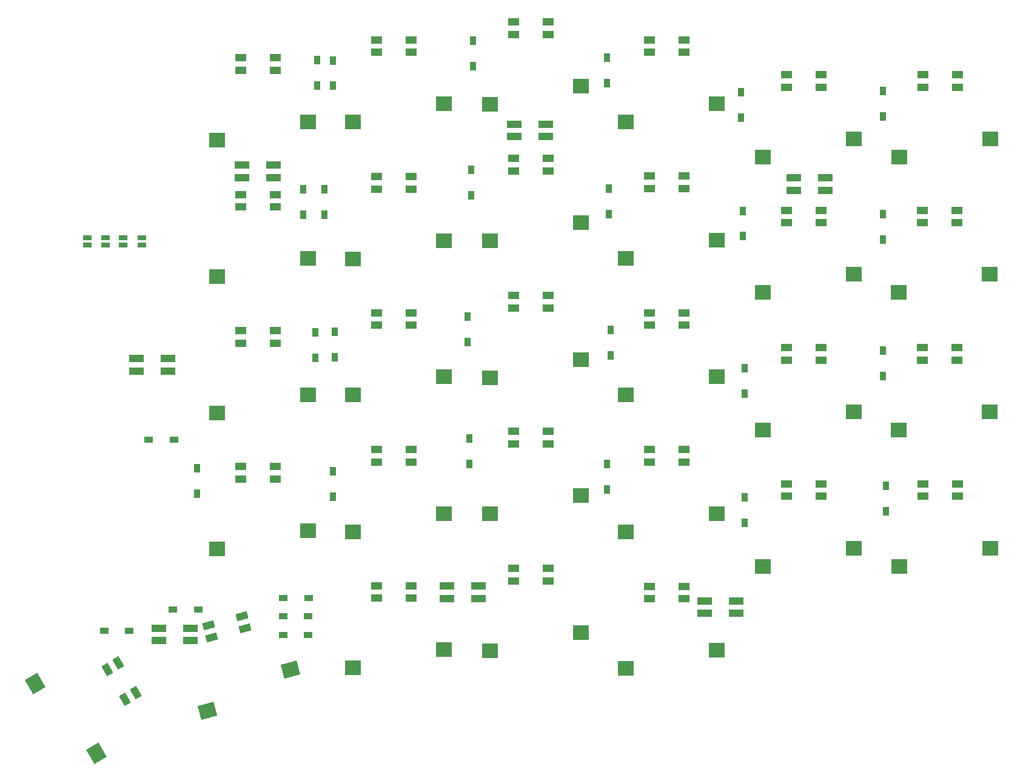
<source format=gbp>
G04 #@! TF.GenerationSoftware,KiCad,Pcbnew,8.0.4*
G04 #@! TF.CreationDate,2024-08-04T16:07:20+05:30*
G04 #@! TF.ProjectId,SofleKeyboard,536f666c-654b-4657-9962-6f6172642e6b,rev?*
G04 #@! TF.SameCoordinates,Original*
G04 #@! TF.FileFunction,Paste,Bot*
G04 #@! TF.FilePolarity,Positive*
%FSLAX46Y46*%
G04 Gerber Fmt 4.6, Leading zero omitted, Abs format (unit mm)*
G04 Created by KiCad (PCBNEW 8.0.4) date 2024-08-04 16:07:20*
%MOMM*%
%LPD*%
G01*
G04 APERTURE LIST*
G04 Aperture macros list*
%AMRotRect*
0 Rectangle, with rotation*
0 The origin of the aperture is its center*
0 $1 length*
0 $2 width*
0 $3 Rotation angle, in degrees counterclockwise*
0 Add horizontal line*
21,1,$1,$2,0,0,$3*%
G04 Aperture macros list end*
%ADD10R,2.000000X1.000000*%
%ADD11R,1.600000X1.000000*%
%ADD12R,2.300000X2.000000*%
%ADD13R,1.300000X0.950000*%
%ADD14R,0.950000X1.300000*%
%ADD15RotRect,2.300000X2.000000X15.000000*%
%ADD16RotRect,1.600000X1.000000X195.000000*%
%ADD17RotRect,2.300000X2.000000X300.000000*%
%ADD18RotRect,1.600000X1.000000X120.000000*%
%ADD19R,1.143000X0.635000*%
G04 APERTURE END LIST*
D10*
X106650000Y-123255000D03*
X106650000Y-125005000D03*
X111050000Y-125005000D03*
X111050000Y-123255000D03*
X122700000Y-60375000D03*
X122700000Y-58625000D03*
X118300000Y-58625000D03*
X118300000Y-60375000D03*
X156300000Y-52915000D03*
X156300000Y-54665000D03*
X160700000Y-54665000D03*
X160700000Y-52915000D03*
X199700000Y-62125000D03*
X199700000Y-60375000D03*
X195300000Y-60375000D03*
X195300000Y-62125000D03*
X146883600Y-117387600D03*
X146883600Y-119137600D03*
X151283600Y-119137600D03*
X151283600Y-117387600D03*
X182850000Y-119445000D03*
X182850000Y-121195000D03*
X187250000Y-121195000D03*
X187250000Y-119445000D03*
X103550000Y-85625000D03*
X103550000Y-87375000D03*
X107950000Y-87375000D03*
X107950000Y-85625000D03*
D11*
X218200000Y-46025000D03*
X218200000Y-47775000D03*
X213400000Y-47775000D03*
X213400000Y-46025000D03*
D12*
X210100000Y-57520000D03*
X222800000Y-54980000D03*
X165600000Y-104770000D03*
X152900000Y-107310000D03*
D11*
X156200000Y-95815000D03*
X156200000Y-97565000D03*
X161000000Y-97565000D03*
X161000000Y-95815000D03*
D12*
X203700000Y-112080000D03*
X191000000Y-114620000D03*
D11*
X194300000Y-103125000D03*
X194300000Y-104875000D03*
X199100000Y-104875000D03*
X199100000Y-103125000D03*
D12*
X222700000Y-73880000D03*
X210000000Y-76420000D03*
D11*
X213300000Y-64925000D03*
X213300000Y-66675000D03*
X218100000Y-66675000D03*
X218100000Y-64925000D03*
D12*
X203700000Y-73880000D03*
X191000000Y-76420000D03*
D11*
X194300000Y-64925000D03*
X194300000Y-66675000D03*
X199100000Y-66675000D03*
X199100000Y-64925000D03*
D12*
X203700000Y-93080000D03*
X191000000Y-95620000D03*
D11*
X194300000Y-84125000D03*
X194300000Y-85875000D03*
X199100000Y-85875000D03*
X199100000Y-84125000D03*
D12*
X146500000Y-50080000D03*
X133800000Y-52620000D03*
D11*
X137100000Y-41125000D03*
X137100000Y-42875000D03*
X141900000Y-42875000D03*
X141900000Y-41125000D03*
D13*
X127580000Y-119020000D03*
X124030000Y-119020000D03*
X124000000Y-121600000D03*
X127550000Y-121600000D03*
X127550000Y-124200000D03*
X124000000Y-124200000D03*
X112199800Y-120624800D03*
X108649800Y-120624800D03*
X102575000Y-123600000D03*
X99025000Y-123600000D03*
X108775000Y-97000000D03*
X105225000Y-97000000D03*
D14*
X208200000Y-106950000D03*
X208200000Y-103400000D03*
X188500000Y-108525000D03*
X188500000Y-104975000D03*
X169250000Y-103925000D03*
X169250000Y-100375000D03*
X150000000Y-100340000D03*
X150000000Y-96790000D03*
X131000000Y-104950000D03*
X131000000Y-101400000D03*
X112000000Y-104525000D03*
X112000000Y-100975000D03*
X207750000Y-88050000D03*
X207750000Y-84500000D03*
X188500000Y-90550000D03*
X188500000Y-87000000D03*
X169725000Y-85200000D03*
X169725000Y-81650000D03*
X149750000Y-83340000D03*
X149750000Y-79790000D03*
X131250000Y-85450000D03*
X131250000Y-81900000D03*
X128500000Y-85550000D03*
X128500000Y-82000000D03*
X207750000Y-69050000D03*
X207750000Y-65500000D03*
X188250000Y-68550000D03*
X188250000Y-65000000D03*
X169500000Y-65425000D03*
X169500000Y-61875000D03*
X150250000Y-62840000D03*
X150250000Y-59290000D03*
X129800000Y-65575000D03*
X129800000Y-62025000D03*
X126800000Y-65550000D03*
X126800000Y-62000000D03*
X207750000Y-51800000D03*
X207750000Y-48250000D03*
X188000000Y-52025000D03*
X188000000Y-48475000D03*
X169250000Y-47200000D03*
X169250000Y-43650000D03*
X150500000Y-44815000D03*
X150500000Y-41265000D03*
X131000000Y-47555500D03*
X131000000Y-44005500D03*
X128750000Y-47550000D03*
X128750000Y-44000000D03*
D12*
X184600000Y-126380000D03*
X171900000Y-128920000D03*
D11*
X175200000Y-117425000D03*
X175200000Y-119175000D03*
X180000000Y-119175000D03*
X180000000Y-117425000D03*
D12*
X165600000Y-123870000D03*
X152900000Y-126410000D03*
D11*
X156200000Y-114915000D03*
X156200000Y-116665000D03*
X161000000Y-116665000D03*
X161000000Y-114915000D03*
D12*
X146500000Y-126280000D03*
X133800000Y-128820000D03*
D11*
X137100000Y-117325000D03*
X137100000Y-119075000D03*
X141900000Y-119075000D03*
X141900000Y-117325000D03*
D15*
X125029234Y-129080355D03*
X113419376Y-134820809D03*
D16*
X113631807Y-122863389D03*
X114084740Y-124553759D03*
X118721184Y-123311427D03*
X118268251Y-121621057D03*
D17*
X97975654Y-140752178D03*
X89425950Y-131023655D03*
D18*
X101030912Y-128134039D03*
X99515367Y-129009039D03*
X101915367Y-133165961D03*
X103430912Y-132290961D03*
D12*
X222750000Y-112080000D03*
X210050000Y-114620000D03*
D11*
X213350000Y-103125000D03*
X213350000Y-104875000D03*
X218150000Y-104875000D03*
X218150000Y-103125000D03*
D12*
X184600000Y-107280000D03*
X171900000Y-109820000D03*
D11*
X175200000Y-98325000D03*
X175200000Y-100075000D03*
X180000000Y-100075000D03*
X180000000Y-98325000D03*
D12*
X146500000Y-107280000D03*
X133800000Y-109820000D03*
D11*
X137100000Y-98325000D03*
X137100000Y-100075000D03*
X141900000Y-100075000D03*
X141900000Y-98325000D03*
D12*
X127500000Y-109680000D03*
X114800000Y-112220000D03*
D11*
X118100000Y-100725000D03*
X118100000Y-102475000D03*
X122900000Y-102475000D03*
X122900000Y-100725000D03*
D12*
X222700000Y-93080000D03*
X210000000Y-95620000D03*
D11*
X213300000Y-84125000D03*
X213300000Y-85875000D03*
X218100000Y-85875000D03*
X218100000Y-84125000D03*
D12*
X184600000Y-88180000D03*
X171900000Y-90720000D03*
D11*
X175200000Y-79225000D03*
X175200000Y-80975000D03*
X180000000Y-80975000D03*
X180000000Y-79225000D03*
D12*
X165600000Y-85770000D03*
X152900000Y-88310000D03*
D11*
X156200000Y-76815000D03*
X156200000Y-78565000D03*
X161000000Y-78565000D03*
X161000000Y-76815000D03*
D12*
X146500000Y-88180000D03*
X133800000Y-90720000D03*
D11*
X137100000Y-79225000D03*
X137100000Y-80975000D03*
X141900000Y-80975000D03*
X141900000Y-79225000D03*
D12*
X127500000Y-90680000D03*
X114800000Y-93220000D03*
D11*
X118100000Y-81725000D03*
X118100000Y-83475000D03*
X122900000Y-83475000D03*
X122900000Y-81725000D03*
D12*
X184600000Y-69080000D03*
X171900000Y-71620000D03*
D11*
X175200000Y-60125000D03*
X175200000Y-61875000D03*
X180000000Y-61875000D03*
X180000000Y-60125000D03*
D12*
X165600000Y-66670000D03*
X152900000Y-69210000D03*
D11*
X156200000Y-57715000D03*
X156200000Y-59465000D03*
X161000000Y-59465000D03*
X161000000Y-57715000D03*
D12*
X146500000Y-69180000D03*
X133800000Y-71720000D03*
D11*
X137100000Y-60225000D03*
X137100000Y-61975000D03*
X141900000Y-61975000D03*
X141900000Y-60225000D03*
D12*
X127500000Y-71680000D03*
X114800000Y-74220000D03*
D11*
X118100000Y-62725000D03*
X118100000Y-64475000D03*
X122900000Y-64475000D03*
X122900000Y-62725000D03*
D12*
X203700000Y-54980000D03*
X191000000Y-57520000D03*
D11*
X194300000Y-46025000D03*
X194300000Y-47775000D03*
X199100000Y-47775000D03*
X199100000Y-46025000D03*
D12*
X184600000Y-50080000D03*
X171900000Y-52620000D03*
D11*
X175200000Y-41125000D03*
X175200000Y-42875000D03*
X180000000Y-42875000D03*
X180000000Y-41125000D03*
D12*
X165600000Y-47580000D03*
X152900000Y-50120000D03*
D11*
X156200000Y-38625000D03*
X156200000Y-40375000D03*
X161000000Y-40375000D03*
X161000000Y-38625000D03*
D12*
X127500000Y-52580000D03*
X114800000Y-55120000D03*
D11*
X118100000Y-43625000D03*
X118100000Y-45375000D03*
X122900000Y-45375000D03*
X122900000Y-43625000D03*
D19*
X96700000Y-68799620D03*
X96700000Y-69800380D03*
X99200000Y-68799620D03*
X99200000Y-69800380D03*
X101700000Y-68799620D03*
X101700000Y-69800380D03*
X104300000Y-68799620D03*
X104300000Y-69800380D03*
M02*

</source>
